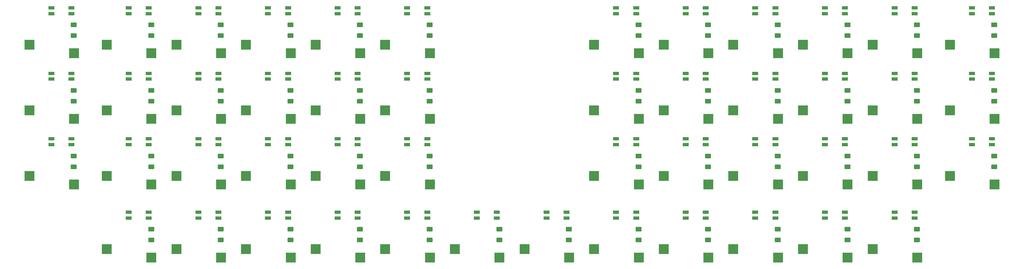
<source format=gbr>
%TF.GenerationSoftware,KiCad,Pcbnew,(6.0.7)*%
%TF.CreationDate,2022-09-18T11:37:26+07:00*%
%TF.ProjectId,Naked48,4e616b65-6434-4382-9e6b-696361645f70,rev?*%
%TF.SameCoordinates,Original*%
%TF.FileFunction,Paste,Bot*%
%TF.FilePolarity,Positive*%
%FSLAX46Y46*%
G04 Gerber Fmt 4.6, Leading zero omitted, Abs format (unit mm)*
G04 Created by KiCad (PCBNEW (6.0.7)) date 2022-09-18 11:37:26*
%MOMM*%
%LPD*%
G01*
G04 APERTURE LIST*
G04 Aperture macros list*
%AMRoundRect*
0 Rectangle with rounded corners*
0 $1 Rounding radius*
0 $2 $3 $4 $5 $6 $7 $8 $9 X,Y pos of 4 corners*
0 Add a 4 corners polygon primitive as box body*
4,1,4,$2,$3,$4,$5,$6,$7,$8,$9,$2,$3,0*
0 Add four circle primitives for the rounded corners*
1,1,$1+$1,$2,$3*
1,1,$1+$1,$4,$5*
1,1,$1+$1,$6,$7*
1,1,$1+$1,$8,$9*
0 Add four rect primitives between the rounded corners*
20,1,$1+$1,$2,$3,$4,$5,0*
20,1,$1+$1,$4,$5,$6,$7,0*
20,1,$1+$1,$6,$7,$8,$9,0*
20,1,$1+$1,$8,$9,$2,$3,0*%
G04 Aperture macros list end*
%ADD10R,2.600000X2.600000*%
%ADD11RoundRect,0.082000X0.718000X-0.328000X0.718000X0.328000X-0.718000X0.328000X-0.718000X-0.328000X0*%
%ADD12RoundRect,0.240000X-0.560000X0.360000X-0.560000X-0.360000X0.560000X-0.360000X0.560000X0.360000X0*%
G04 APERTURE END LIST*
D10*
%TO.C,MX1*%
X27275000Y-33030000D03*
X15725000Y-30830000D03*
%TD*%
%TO.C,MX2*%
X47275000Y-33030000D03*
X35725000Y-30830000D03*
%TD*%
%TO.C,MX3*%
X65275000Y-33030000D03*
X53725000Y-30830000D03*
%TD*%
%TO.C,MX4*%
X83275000Y-33030000D03*
X71725000Y-30830000D03*
%TD*%
%TO.C,MX5*%
X101275000Y-33030000D03*
X89725000Y-30830000D03*
%TD*%
%TO.C,MX6*%
X119275000Y-33030000D03*
X107725000Y-30830000D03*
%TD*%
%TO.C,MX7*%
X173275000Y-33030000D03*
X161725000Y-30830000D03*
%TD*%
%TO.C,MX8*%
X191275000Y-33030000D03*
X179725000Y-30830000D03*
%TD*%
%TO.C,MX9*%
X209275000Y-33030000D03*
X197725000Y-30830000D03*
%TD*%
%TO.C,MX10*%
X227275000Y-33030000D03*
X215725000Y-30830000D03*
%TD*%
%TO.C,MX11*%
X245275000Y-33030000D03*
X233725000Y-30830000D03*
%TD*%
%TO.C,MX12*%
X265275000Y-33030000D03*
X253725000Y-30830000D03*
%TD*%
%TO.C,MX13*%
X27275000Y-50030000D03*
X15725000Y-47830000D03*
%TD*%
%TO.C,MX14*%
X47275000Y-50030000D03*
X35725000Y-47830000D03*
%TD*%
%TO.C,MX15*%
X65275000Y-50030000D03*
X53725000Y-47830000D03*
%TD*%
%TO.C,MX16*%
X83275000Y-50030000D03*
X71725000Y-47830000D03*
%TD*%
%TO.C,MX17*%
X101275000Y-50030000D03*
X89725000Y-47830000D03*
%TD*%
%TO.C,MX18*%
X119275000Y-50030000D03*
X107725000Y-47830000D03*
%TD*%
%TO.C,MX19*%
X173275000Y-50030000D03*
X161725000Y-47830000D03*
%TD*%
%TO.C,MX20*%
X191275000Y-50030000D03*
X179725000Y-47830000D03*
%TD*%
%TO.C,MX21*%
X209275000Y-50030000D03*
X197725000Y-47830000D03*
%TD*%
%TO.C,MX22*%
X227275000Y-50030000D03*
X215725000Y-47830000D03*
%TD*%
%TO.C,MX23*%
X245275000Y-50030000D03*
X233725000Y-47830000D03*
%TD*%
%TO.C,MX24*%
X265275000Y-50030000D03*
X253725000Y-47830000D03*
%TD*%
%TO.C,MX25*%
X27275000Y-67030000D03*
X15725000Y-64830000D03*
%TD*%
%TO.C,MX26*%
X47275000Y-86030000D03*
X35725000Y-83830000D03*
%TD*%
%TO.C,MX27*%
X47275000Y-67030000D03*
X35725000Y-64830000D03*
%TD*%
%TO.C,MX28*%
X65275000Y-86030000D03*
X53725000Y-83830000D03*
%TD*%
%TO.C,MX29*%
X65275000Y-67030000D03*
X53725000Y-64830000D03*
%TD*%
%TO.C,MX30*%
X83275000Y-86030000D03*
X71725000Y-83830000D03*
%TD*%
%TO.C,MX31*%
X83275000Y-67030000D03*
X71725000Y-64830000D03*
%TD*%
%TO.C,MX32*%
X101275000Y-86030000D03*
X89725000Y-83830000D03*
%TD*%
%TO.C,MX33*%
X101275000Y-67030000D03*
X89725000Y-64830000D03*
%TD*%
%TO.C,MX34*%
X119275000Y-86030000D03*
X107725000Y-83830000D03*
%TD*%
%TO.C,MX35*%
X119275000Y-67030000D03*
X107725000Y-64830000D03*
%TD*%
%TO.C,MX36*%
X137275000Y-86030000D03*
X125725000Y-83830000D03*
%TD*%
%TO.C,MX37*%
X173275000Y-67030000D03*
X161725000Y-64830000D03*
%TD*%
%TO.C,MX38*%
X155275000Y-86030000D03*
X143725000Y-83830000D03*
%TD*%
%TO.C,MX39*%
X191275000Y-67030000D03*
X179725000Y-64830000D03*
%TD*%
%TO.C,MX40*%
X173275000Y-86030000D03*
X161725000Y-83830000D03*
%TD*%
%TO.C,MX41*%
X209275000Y-67030000D03*
X197725000Y-64830000D03*
%TD*%
%TO.C,MX42*%
X191275000Y-86030000D03*
X179725000Y-83830000D03*
%TD*%
%TO.C,MX43*%
X227275000Y-67030000D03*
X215725000Y-64830000D03*
%TD*%
%TO.C,MX44*%
X209275000Y-86030000D03*
X197725000Y-83830000D03*
%TD*%
%TO.C,MX45*%
X245275000Y-67030000D03*
X233725000Y-64830000D03*
%TD*%
%TO.C,MX46*%
X227275000Y-86030000D03*
X215725000Y-83830000D03*
%TD*%
%TO.C,MX47*%
X265275000Y-67030000D03*
X253725000Y-64830000D03*
%TD*%
%TO.C,MX48*%
X245275000Y-86030000D03*
X233725000Y-83830000D03*
%TD*%
D11*
%TO.C,RGB1*%
X26600000Y-22750001D03*
X26600000Y-21250001D03*
X21400000Y-21250001D03*
X21400000Y-22750001D03*
%TD*%
%TO.C,RGB2*%
X26600000Y-39750001D03*
X26600000Y-38250001D03*
X21400000Y-38250001D03*
X21400000Y-39750001D03*
%TD*%
%TO.C,RGB3*%
X26600000Y-56750001D03*
X26600000Y-55250001D03*
X21400000Y-55250001D03*
X21400000Y-56750001D03*
%TD*%
%TO.C,RGB4*%
X46600000Y-75750001D03*
X46600000Y-74250001D03*
X41400000Y-74250001D03*
X41400000Y-75750001D03*
%TD*%
%TO.C,RGB5*%
X64600000Y-75750001D03*
X64600000Y-74250001D03*
X59400000Y-74250001D03*
X59400000Y-75750001D03*
%TD*%
%TO.C,RGB6*%
X82600000Y-75750001D03*
X82600000Y-74250001D03*
X77400000Y-74250001D03*
X77400000Y-75750001D03*
%TD*%
%TO.C,RGB7*%
X100600000Y-75750001D03*
X100600000Y-74250001D03*
X95400000Y-74250001D03*
X95400000Y-75750001D03*
%TD*%
%TO.C,RGB8*%
X118600000Y-75750001D03*
X118600000Y-74250001D03*
X113400000Y-74250001D03*
X113400000Y-75750001D03*
%TD*%
%TO.C,RGB36*%
X46600000Y-39750001D03*
X46600000Y-38250001D03*
X41400000Y-38250001D03*
X41400000Y-39750001D03*
%TD*%
%TO.C,RGB38*%
X46600000Y-56750001D03*
X46600000Y-55250001D03*
X41400000Y-55250001D03*
X41400000Y-56750001D03*
%TD*%
%TO.C,RGB9*%
X264600000Y-56750001D03*
X264600000Y-55250001D03*
X259400000Y-55250001D03*
X259400000Y-56750001D03*
%TD*%
%TO.C,RGB10*%
X244600000Y-75750001D03*
X244600000Y-74250001D03*
X239400000Y-74250001D03*
X239400000Y-75750001D03*
%TD*%
%TO.C,RGB11*%
X226600000Y-75750001D03*
X226600000Y-74250001D03*
X221400000Y-74250001D03*
X221400000Y-75750001D03*
%TD*%
%TO.C,RGB12*%
X208600000Y-75750001D03*
X208600000Y-74250001D03*
X203400000Y-74250001D03*
X203400000Y-75750001D03*
%TD*%
%TO.C,RGB13*%
X190600000Y-75750001D03*
X190600000Y-74250001D03*
X185400000Y-74250001D03*
X185400000Y-75750001D03*
%TD*%
%TO.C,RGB14*%
X172600000Y-75750001D03*
X172600000Y-74250001D03*
X167400000Y-74250001D03*
X167400000Y-75750001D03*
%TD*%
%TO.C,RGB15*%
X154600000Y-75750001D03*
X154600000Y-74250001D03*
X149400000Y-74250001D03*
X149400000Y-75750001D03*
%TD*%
%TO.C,RGB16*%
X136600000Y-75750001D03*
X136600000Y-74250001D03*
X131400000Y-74250001D03*
X131400000Y-75750001D03*
%TD*%
%TO.C,RGB17*%
X264600000Y-39750001D03*
X264600000Y-38250001D03*
X259400000Y-38250001D03*
X259400000Y-39750001D03*
%TD*%
%TO.C,RGB18*%
X172600000Y-39750001D03*
X172600000Y-38250001D03*
X167400000Y-38250001D03*
X167400000Y-39750001D03*
%TD*%
%TO.C,RGB19*%
X264600000Y-22750001D03*
X264600000Y-21250001D03*
X259400000Y-21250001D03*
X259400000Y-22750001D03*
%TD*%
%TO.C,RGB20*%
X172600000Y-22750001D03*
X172600000Y-21250001D03*
X167400000Y-21250001D03*
X167400000Y-22750001D03*
%TD*%
%TO.C,RGB21*%
X244600000Y-22750001D03*
X244600000Y-21250001D03*
X239400000Y-21250001D03*
X239400000Y-22750001D03*
%TD*%
%TO.C,RGB22*%
X190600000Y-22750001D03*
X190600000Y-21250001D03*
X185400000Y-21250001D03*
X185400000Y-22750001D03*
%TD*%
%TO.C,RGB23*%
X244600000Y-39750001D03*
X244600000Y-38250001D03*
X239400000Y-38250001D03*
X239400000Y-39750001D03*
%TD*%
%TO.C,RGB24*%
X190600000Y-39750001D03*
X190600000Y-38250001D03*
X185400000Y-38250001D03*
X185400000Y-39750001D03*
%TD*%
%TO.C,RGB25*%
X244600000Y-56750001D03*
X244600000Y-55250001D03*
X239400000Y-55250001D03*
X239400000Y-56750001D03*
%TD*%
%TO.C,RGB26*%
X190600000Y-56750001D03*
X190600000Y-55250001D03*
X185400000Y-55250001D03*
X185400000Y-56750001D03*
%TD*%
%TO.C,RGB27*%
X226600000Y-56750001D03*
X226600000Y-55250001D03*
X221400000Y-55250001D03*
X221400000Y-56750001D03*
%TD*%
%TO.C,RGB28*%
X208600000Y-56750001D03*
X208600000Y-55250001D03*
X203400000Y-55250001D03*
X203400000Y-56750001D03*
%TD*%
%TO.C,RGB29*%
X226600000Y-39750001D03*
X226600000Y-38250001D03*
X221400000Y-38250001D03*
X221400000Y-39750001D03*
%TD*%
%TO.C,RGB30*%
X208600000Y-39750001D03*
X208600000Y-38250001D03*
X203400000Y-38250001D03*
X203400000Y-39750001D03*
%TD*%
%TO.C,RGB31*%
X226600000Y-22750001D03*
X226600000Y-21250001D03*
X221400000Y-21250001D03*
X221400000Y-22750001D03*
%TD*%
%TO.C,RGB32*%
X208600000Y-22750001D03*
X208600000Y-21250001D03*
X203400000Y-21250001D03*
X203400000Y-22750001D03*
%TD*%
%TO.C,RGB34*%
X46600000Y-22750001D03*
X46600000Y-21250001D03*
X41400000Y-21250001D03*
X41400000Y-22750001D03*
%TD*%
%TO.C,RGB33*%
X172600000Y-56750001D03*
X172600000Y-55250001D03*
X167400000Y-55250001D03*
X167400000Y-56750001D03*
%TD*%
%TO.C,RGB35*%
X118600000Y-56750001D03*
X118600000Y-55250001D03*
X113400000Y-55250001D03*
X113400000Y-56750001D03*
%TD*%
%TO.C,RGB37*%
X118600000Y-39750001D03*
X118600000Y-38250001D03*
X113400000Y-38250001D03*
X113400000Y-39750001D03*
%TD*%
%TO.C,RGB39*%
X118600000Y-22750001D03*
X118600000Y-21250001D03*
X113400000Y-21250001D03*
X113400000Y-22750001D03*
%TD*%
%TO.C,RGB40*%
X64600000Y-56750001D03*
X64600000Y-55250001D03*
X59400000Y-55250001D03*
X59400000Y-56750001D03*
%TD*%
%TO.C,RGB41*%
X100600000Y-22750001D03*
X100600000Y-21250001D03*
X95400000Y-21250001D03*
X95400000Y-22750001D03*
%TD*%
%TO.C,RGB42*%
X64600000Y-39750001D03*
X64600000Y-38250001D03*
X59400000Y-38250001D03*
X59400000Y-39750001D03*
%TD*%
%TO.C,RGB43*%
X100600000Y-39750001D03*
X100600000Y-38250001D03*
X95400000Y-38250001D03*
X95400000Y-39750001D03*
%TD*%
%TO.C,RGB44*%
X64600000Y-22750001D03*
X64600000Y-21250001D03*
X59400000Y-21250001D03*
X59400000Y-22750001D03*
%TD*%
%TO.C,RGB45*%
X100600000Y-56750001D03*
X100600000Y-55250001D03*
X95400000Y-55250001D03*
X95400000Y-56750001D03*
%TD*%
%TO.C,RGB46*%
X82600000Y-22750001D03*
X82600000Y-21250001D03*
X77400000Y-21250001D03*
X77400000Y-22750001D03*
%TD*%
%TO.C,RGB47*%
X82600000Y-56750001D03*
X82600000Y-55250001D03*
X77400000Y-55250001D03*
X77400000Y-56750001D03*
%TD*%
%TO.C,RGB48*%
X82600000Y-39750001D03*
X82600000Y-38250001D03*
X77400000Y-38250001D03*
X77400000Y-39750001D03*
%TD*%
D12*
%TO.C,D1*%
X27200000Y-25680000D03*
X27200000Y-28480000D03*
%TD*%
%TO.C,D2*%
X47200000Y-25680000D03*
X47200000Y-28480000D03*
%TD*%
%TO.C,D3*%
X65200000Y-25680000D03*
X65200000Y-28480000D03*
%TD*%
%TO.C,D4*%
X83200000Y-25680000D03*
X83200000Y-28480000D03*
%TD*%
%TO.C,D5*%
X101200000Y-25680000D03*
X101200000Y-28480000D03*
%TD*%
%TO.C,D6*%
X119200000Y-25680000D03*
X119200000Y-28480000D03*
%TD*%
%TO.C,D7*%
X173200000Y-25680000D03*
X173200000Y-28480000D03*
%TD*%
%TO.C,D8*%
X191200000Y-25680000D03*
X191200000Y-28480000D03*
%TD*%
%TO.C,D9*%
X209200000Y-25680000D03*
X209200000Y-28480000D03*
%TD*%
%TO.C,D10*%
X227200000Y-25680000D03*
X227200000Y-28480000D03*
%TD*%
%TO.C,D11*%
X245200000Y-25680000D03*
X245200000Y-28480000D03*
%TD*%
%TO.C,D12*%
X265200000Y-25680000D03*
X265200000Y-28480000D03*
%TD*%
%TO.C,D13*%
X27200000Y-42680000D03*
X27200000Y-45480000D03*
%TD*%
%TO.C,D14*%
X47200000Y-42680000D03*
X47200000Y-45480000D03*
%TD*%
%TO.C,D15*%
X65200000Y-42680000D03*
X65200000Y-45480000D03*
%TD*%
%TO.C,D16*%
X83200000Y-42680000D03*
X83200000Y-45480000D03*
%TD*%
%TO.C,D17*%
X101200000Y-42680000D03*
X101200000Y-45480000D03*
%TD*%
%TO.C,D18*%
X119200000Y-42680000D03*
X119200000Y-45480000D03*
%TD*%
%TO.C,D19*%
X173200000Y-42680000D03*
X173200000Y-45480000D03*
%TD*%
%TO.C,D20*%
X191200000Y-42680000D03*
X191200000Y-45480000D03*
%TD*%
%TO.C,D21*%
X209200000Y-42680000D03*
X209200000Y-45480000D03*
%TD*%
%TO.C,D22*%
X227200000Y-42680000D03*
X227200000Y-45480000D03*
%TD*%
%TO.C,D23*%
X245200000Y-42680000D03*
X245200000Y-45480000D03*
%TD*%
%TO.C,D24*%
X265200000Y-42680000D03*
X265200000Y-45480000D03*
%TD*%
%TO.C,D25*%
X27200000Y-59680000D03*
X27200000Y-62480000D03*
%TD*%
%TO.C,D26*%
X47200000Y-78680000D03*
X47200000Y-81480000D03*
%TD*%
%TO.C,D27*%
X47200000Y-59680000D03*
X47200000Y-62480000D03*
%TD*%
%TO.C,D28*%
X65200000Y-78680000D03*
X65200000Y-81480000D03*
%TD*%
%TO.C,D29*%
X65200000Y-59680000D03*
X65200000Y-62480000D03*
%TD*%
%TO.C,D30*%
X83200000Y-78680000D03*
X83200000Y-81480000D03*
%TD*%
%TO.C,D31*%
X83200000Y-59680000D03*
X83200000Y-62480000D03*
%TD*%
%TO.C,D32*%
X101200000Y-78680000D03*
X101200000Y-81480000D03*
%TD*%
%TO.C,D33*%
X101200000Y-59680000D03*
X101200000Y-62480000D03*
%TD*%
%TO.C,D34*%
X119200000Y-78680000D03*
X119200000Y-81480000D03*
%TD*%
%TO.C,D35*%
X119200000Y-59680000D03*
X119200000Y-62480000D03*
%TD*%
%TO.C,D36*%
X137200000Y-78680000D03*
X137200000Y-81480000D03*
%TD*%
%TO.C,D37*%
X173200000Y-59680000D03*
X173200000Y-62480000D03*
%TD*%
%TO.C,D38*%
X155200000Y-78680000D03*
X155200000Y-81480000D03*
%TD*%
%TO.C,D39*%
X191200000Y-59680000D03*
X191200000Y-62480000D03*
%TD*%
%TO.C,D40*%
X173200000Y-78680000D03*
X173200000Y-81480000D03*
%TD*%
%TO.C,D41*%
X209200000Y-59680000D03*
X209200000Y-62480000D03*
%TD*%
%TO.C,D42*%
X191200000Y-78680000D03*
X191200000Y-81480000D03*
%TD*%
%TO.C,D43*%
X227200000Y-59680000D03*
X227200000Y-62480000D03*
%TD*%
%TO.C,D44*%
X209200000Y-78680000D03*
X209200000Y-81480000D03*
%TD*%
%TO.C,D45*%
X245200000Y-59680000D03*
X245200000Y-62480000D03*
%TD*%
%TO.C,D46*%
X227200000Y-78680000D03*
X227200000Y-81480000D03*
%TD*%
%TO.C,D47*%
X265200000Y-59680000D03*
X265200000Y-62480000D03*
%TD*%
%TO.C,D48*%
X245200000Y-78680000D03*
X245200000Y-81480000D03*
%TD*%
M02*

</source>
